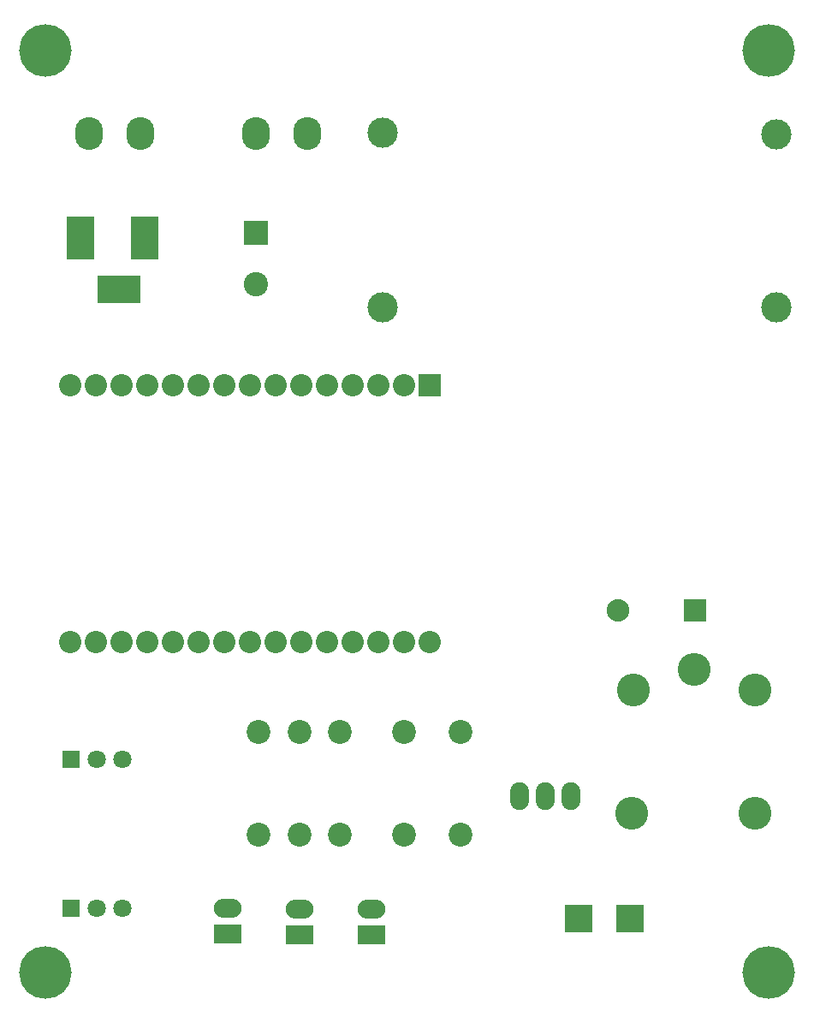
<source format=gbs>
G04*
G04 #@! TF.GenerationSoftware,Altium Limited,Altium Designer,19.1.5 (86)*
G04*
G04 Layer_Color=16711935*
%FSTAX24Y24*%
%MOIN*%
G70*
G01*
G75*
%ADD19C,0.0710*%
%ADD20R,0.0710X0.0710*%
%ADD21C,0.1280*%
%ADD22R,0.0867X0.0867*%
%ADD23C,0.0867*%
%ADD24C,0.2049*%
%ADD25C,0.0930*%
%ADD26C,0.0946*%
%ADD27R,0.0946X0.0946*%
%ADD28O,0.1080X0.1280*%
%ADD29R,0.1680X0.1080*%
%ADD30R,0.1080X0.1680*%
%ADD31C,0.1180*%
%ADD32R,0.1064X0.1064*%
%ADD33R,0.0880X0.0880*%
%ADD34C,0.0880*%
%ADD35O,0.0740X0.1080*%
%ADD36R,0.1080X0.0730*%
%ADD37O,0.1080X0.0730*%
D19*
X0146Y0144D02*
D03*
X0136D02*
D03*
X0146Y0202D02*
D03*
X0136D02*
D03*
D20*
X0126Y0144D02*
D03*
Y0202D02*
D03*
D21*
X036862Y023687D02*
D03*
X039224Y018097D02*
D03*
X034424D02*
D03*
X039224Y0229D02*
D03*
X0345D02*
D03*
D22*
X02655Y03475D02*
D03*
D23*
X02555D02*
D03*
X02455D02*
D03*
X02355D02*
D03*
X02255D02*
D03*
X02155D02*
D03*
X02055D02*
D03*
X01955D02*
D03*
X01855D02*
D03*
X01755D02*
D03*
X01655D02*
D03*
X01555D02*
D03*
X01455D02*
D03*
X01355D02*
D03*
X01255D02*
D03*
X02655Y02475D02*
D03*
X02555D02*
D03*
X02455D02*
D03*
X02355D02*
D03*
X02255D02*
D03*
X02155D02*
D03*
X02055D02*
D03*
X01955D02*
D03*
X01855D02*
D03*
X01755D02*
D03*
X01655D02*
D03*
X01555D02*
D03*
X01455D02*
D03*
X01355D02*
D03*
X01255D02*
D03*
D24*
X03975Y0119D02*
D03*
Y0478D02*
D03*
X0116Y0119D02*
D03*
Y0478D02*
D03*
D25*
X0215Y01725D02*
D03*
Y02125D02*
D03*
X0199Y01725D02*
D03*
Y02125D02*
D03*
X02555D02*
D03*
Y01725D02*
D03*
X02775D02*
D03*
Y02125D02*
D03*
X02305Y01725D02*
D03*
Y02125D02*
D03*
D26*
X0198Y0387D02*
D03*
D27*
Y0407D02*
D03*
D28*
X0133Y04455D02*
D03*
X0218D02*
D03*
X0198D02*
D03*
X0153D02*
D03*
D29*
X01445Y0385D02*
D03*
D30*
X01295Y0405D02*
D03*
X01545D02*
D03*
D31*
X02471Y044595D02*
D03*
X040054Y044536D02*
D03*
Y037804D02*
D03*
X02473Y037794D02*
D03*
D32*
X03435Y014D02*
D03*
X03235D02*
D03*
D33*
X0369Y026D02*
D03*
D34*
X0339D02*
D03*
D35*
X03005Y01875D02*
D03*
X03105D02*
D03*
X03205D02*
D03*
D36*
X0243Y01335D02*
D03*
X0215D02*
D03*
X0187Y0134D02*
D03*
D37*
X0243Y01435D02*
D03*
X0215D02*
D03*
X0187Y0144D02*
D03*
M02*

</source>
